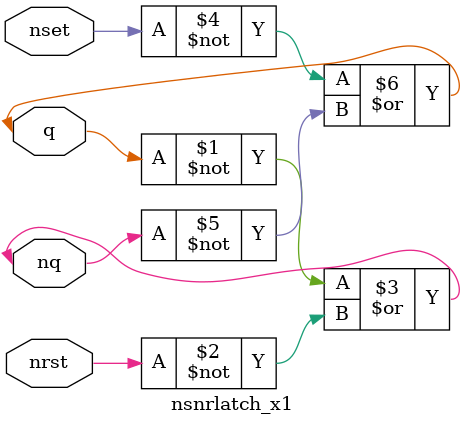
<source format=v>
/*                                                                      */
/*  Avertec Release v3.4p5 (64 bits on Linux 5.10.0-0.bpo.9-amd64)      */
/*  [AVT_only] host: fsdev                                              */
/*  [AVT_only] arch: x86_64                                             */
/*  [AVT_only] path: /opt/tasyag-3.4p5/bin/avt_shell                    */
/*  argv:                                                               */
/*                                                                      */
/*  User: verhaegs                                                      */
/*  Generation date Wed Dec 22 09:42:03 2021                            */
/*                                                                      */
/*  Verilog data flow description generated from `nsnrlatch_x1`         */
/*                                                                      */


`timescale 1 ps/1 ps

module nsnrlatch_x1 (q, nq, nrst, nset);

  inout  q;
  inout  nq;
  input  nrst;
  input  nset;


  assign nq = (~(q) | ~(nrst));
  assign q = (~(nset) | ~(nq));

endmodule

</source>
